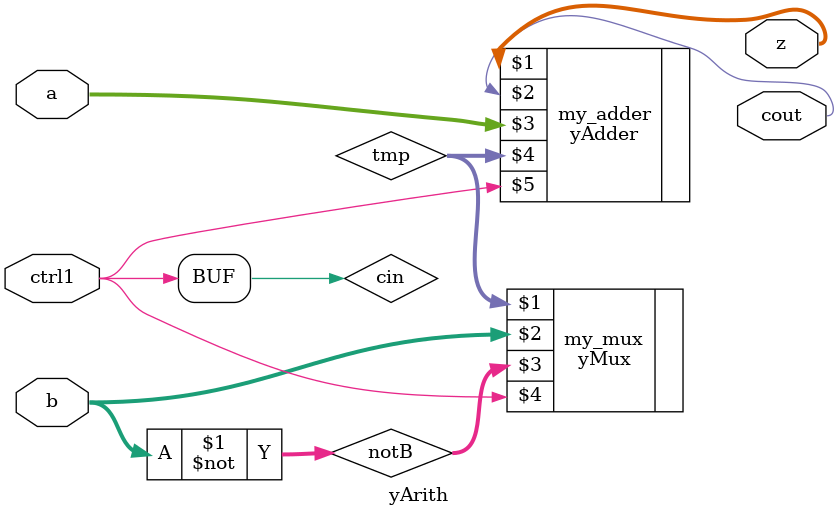
<source format=v>
module yArith(z, cout, a, b, ctrl1);
// add if ctrl1=0, subtract if ctrl1=1
output [31:0] z;
output cout;
input [31:0] a, b;
input ctrl1;
wire[31:0] notB, tmp;
wire cin;

assign notB = ~b;
yMux #(32) my_mux(tmp, b, notB, ctrl1);
assign cin = ctrl1;
yAdder my_adder(z, cout, a, tmp, cin);

endmodule
</source>
